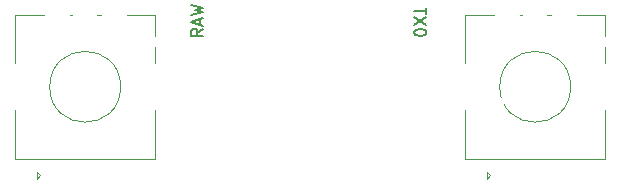
<source format=gto>
G04 #@! TF.GenerationSoftware,KiCad,Pcbnew,(5.1.6)-1*
G04 #@! TF.CreationDate,2020-12-19T02:43:37-06:00*
G04 #@! TF.ProjectId,macropad_3x3,6d616372-6f70-4616-945f-3378332e6b69,rev?*
G04 #@! TF.SameCoordinates,Original*
G04 #@! TF.FileFunction,Legend,Top*
G04 #@! TF.FilePolarity,Positive*
%FSLAX46Y46*%
G04 Gerber Fmt 4.6, Leading zero omitted, Abs format (unit mm)*
G04 Created by KiCad (PCBNEW (5.1.6)-1) date 2020-12-19 02:43:37*
%MOMM*%
%LPD*%
G01*
G04 APERTURE LIST*
%ADD10C,0.150000*%
%ADD11C,0.120000*%
%ADD12C,2.101600*%
%ADD13R,2.101600X3.301600*%
%ADD14R,2.101600X2.101600*%
%ADD15C,1.701600*%
%ADD16R,1.601600X1.301600*%
%ADD17C,2.351600*%
%ADD18C,4.089400*%
%ADD19C,1.851600*%
%ADD20C,1.801600*%
%ADD21C,0.901600*%
%ADD22C,2.006600*%
%ADD23R,2.006600X2.006600*%
%ADD24R,1.701600X1.701600*%
%ADD25O,1.701600X2.101600*%
%ADD26C,2.082800*%
G04 APERTURE END LIST*
D10*
X60618619Y-25050904D02*
X60618619Y-25622333D01*
X59618619Y-25336619D02*
X60618619Y-25336619D01*
X60618619Y-25860428D02*
X59618619Y-26527095D01*
X60618619Y-26527095D02*
X59618619Y-25860428D01*
X60618619Y-27098523D02*
X60618619Y-27193761D01*
X60571000Y-27289000D01*
X60523380Y-27336619D01*
X60428142Y-27384238D01*
X60237666Y-27431857D01*
X59999571Y-27431857D01*
X59809095Y-27384238D01*
X59713857Y-27336619D01*
X59666238Y-27289000D01*
X59618619Y-27193761D01*
X59618619Y-27098523D01*
X59666238Y-27003285D01*
X59713857Y-26955666D01*
X59809095Y-26908047D01*
X59999571Y-26860428D01*
X60237666Y-26860428D01*
X60428142Y-26908047D01*
X60523380Y-26955666D01*
X60571000Y-27003285D01*
X60618619Y-27098523D01*
X41727380Y-26852476D02*
X41251190Y-27185809D01*
X41727380Y-27423904D02*
X40727380Y-27423904D01*
X40727380Y-27042952D01*
X40775000Y-26947714D01*
X40822619Y-26900095D01*
X40917857Y-26852476D01*
X41060714Y-26852476D01*
X41155952Y-26900095D01*
X41203571Y-26947714D01*
X41251190Y-27042952D01*
X41251190Y-27423904D01*
X41441666Y-26471523D02*
X41441666Y-25995333D01*
X41727380Y-26566761D02*
X40727380Y-26233428D01*
X41727380Y-25900095D01*
X40727380Y-25662000D02*
X41727380Y-25423904D01*
X41013095Y-25233428D01*
X41727380Y-25042952D01*
X40727380Y-24804857D01*
D11*
G04 #@! TO.C,RE2*
X69850000Y-32250000D02*
X69850000Y-31250000D01*
X69350000Y-31750000D02*
X70350000Y-31750000D01*
X73350000Y-25650000D02*
X75750000Y-25650000D01*
X68550000Y-25650000D02*
X71150000Y-25650000D01*
X63950000Y-25650000D02*
X66350000Y-25650000D01*
X65750000Y-38950000D02*
X66050000Y-39250000D01*
X65750000Y-39550000D02*
X65750000Y-38950000D01*
X66050000Y-39250000D02*
X65750000Y-39550000D01*
X63950000Y-37850000D02*
X75750000Y-37850000D01*
X63950000Y-33750000D02*
X63950000Y-37850000D01*
X75750000Y-33750000D02*
X75750000Y-37850000D01*
X75750000Y-25650000D02*
X75750000Y-29750000D01*
X63950000Y-29750000D02*
X63950000Y-25650000D01*
X72850000Y-31750000D02*
G75*
G03*
X72850000Y-31750000I-3000000J0D01*
G01*
G04 #@! TO.C,RE1*
X31750000Y-32250000D02*
X31750000Y-31250000D01*
X31250000Y-31750000D02*
X32250000Y-31750000D01*
X35250000Y-25650000D02*
X37650000Y-25650000D01*
X30450000Y-25650000D02*
X33050000Y-25650000D01*
X25850000Y-25650000D02*
X28250000Y-25650000D01*
X27650000Y-38950000D02*
X27950000Y-39250000D01*
X27650000Y-39550000D02*
X27650000Y-38950000D01*
X27950000Y-39250000D02*
X27650000Y-39550000D01*
X25850000Y-37850000D02*
X37650000Y-37850000D01*
X25850000Y-33750000D02*
X25850000Y-37850000D01*
X37650000Y-33750000D02*
X37650000Y-37850000D01*
X37650000Y-25650000D02*
X37650000Y-29750000D01*
X25850000Y-29750000D02*
X25850000Y-25650000D01*
X34750000Y-31750000D02*
G75*
G03*
X34750000Y-31750000I-3000000J0D01*
G01*
G04 #@! TD*
%LPC*%
D12*
G04 #@! TO.C,RE2*
X72350000Y-24750000D03*
X67350000Y-24750000D03*
D13*
X75450000Y-31750000D03*
X64250000Y-31750000D03*
D12*
X72350000Y-39250000D03*
X69850000Y-39250000D03*
D14*
X67350000Y-39250000D03*
G04 #@! TD*
D15*
G04 #@! TO.C,R11*
X52652000Y-23812500D03*
X60452000Y-23812500D03*
D16*
X55202000Y-23812500D03*
X57902000Y-23812500D03*
G04 #@! TD*
D15*
G04 #@! TO.C,R10*
X50662500Y-23622000D03*
X42862500Y-23622000D03*
D16*
X48112500Y-23622000D03*
X45412500Y-23622000D03*
G04 #@! TD*
D15*
G04 #@! TO.C,R9*
X65950000Y-77216000D03*
X73750000Y-77216000D03*
D16*
X68500000Y-77216000D03*
X71200000Y-77216000D03*
G04 #@! TD*
D15*
G04 #@! TO.C,R8*
X46900000Y-77216000D03*
X54700000Y-77216000D03*
D16*
X49450000Y-77216000D03*
X52150000Y-77216000D03*
G04 #@! TD*
D15*
G04 #@! TO.C,R7*
X27850000Y-77216000D03*
X35650000Y-77216000D03*
D16*
X30400000Y-77216000D03*
X33100000Y-77216000D03*
G04 #@! TD*
D15*
G04 #@! TO.C,R6*
X65950000Y-58166000D03*
X73750000Y-58166000D03*
D16*
X68500000Y-58166000D03*
X71200000Y-58166000D03*
G04 #@! TD*
D15*
G04 #@! TO.C,R5*
X46900000Y-58166000D03*
X54700000Y-58166000D03*
D16*
X49450000Y-58166000D03*
X52150000Y-58166000D03*
G04 #@! TD*
D15*
G04 #@! TO.C,R4*
X27850000Y-58166000D03*
X35650000Y-58166000D03*
D16*
X30400000Y-58166000D03*
X33100000Y-58166000D03*
G04 #@! TD*
D15*
G04 #@! TO.C,R3*
X65950000Y-42418000D03*
X73750000Y-42418000D03*
D16*
X68500000Y-42418000D03*
X71200000Y-42418000D03*
G04 #@! TD*
D15*
G04 #@! TO.C,R2*
X46900000Y-39116000D03*
X54700000Y-39116000D03*
D16*
X49450000Y-39116000D03*
X52150000Y-39116000D03*
G04 #@! TD*
D15*
G04 #@! TO.C,R1*
X27850000Y-41656000D03*
X35650000Y-41656000D03*
D16*
X30400000Y-41656000D03*
X33100000Y-41656000D03*
G04 #@! TD*
D15*
G04 #@! TO.C,RQ1*
X42926000Y-58801000D03*
X42926000Y-66601000D03*
G04 #@! TD*
G04 #@! TO.C,MX6*
G36*
G01*
X72270027Y-47473077D02*
X72270028Y-47473077D01*
G75*
G02*
X71176923Y-46220028I79972J1173077D01*
G01*
X71216465Y-45639996D01*
G75*
G02*
X72469514Y-44546891I1173077J-79972D01*
G01*
X72469514Y-44546891D01*
G75*
G02*
X73562619Y-45799940I-79972J-1173077D01*
G01*
X73523077Y-46379972D01*
G75*
G02*
X72270028Y-47473077I-1173077J79972D01*
G01*
G37*
D17*
X72390000Y-45720000D03*
G36*
G01*
X65254762Y-49135162D02*
X65254762Y-49135162D01*
G75*
G02*
X65164838Y-47474762I785238J875162D01*
G01*
X66474828Y-46014754D01*
G75*
G02*
X68135228Y-45924830I875162J-785238D01*
G01*
X68135228Y-45924830D01*
G75*
G02*
X68225152Y-47585230I-785238J-875162D01*
G01*
X66915162Y-49045238D01*
G75*
G02*
X65254762Y-49135162I-875162J785238D01*
G01*
G37*
D18*
X69850000Y-50800000D03*
D17*
X67350000Y-46800000D03*
D19*
X64770000Y-50800000D03*
X74930000Y-50800000D03*
D12*
X74850000Y-47000000D03*
X69850000Y-44900000D03*
D20*
X64350000Y-50800000D03*
X75350000Y-50800000D03*
D21*
X64630000Y-55000000D03*
D22*
X68580000Y-55880000D03*
D23*
X71120000Y-55880000D03*
G04 #@! TD*
G04 #@! TO.C,MX9*
G36*
G01*
X72270027Y-66523077D02*
X72270028Y-66523077D01*
G75*
G02*
X71176923Y-65270028I79972J1173077D01*
G01*
X71216465Y-64689996D01*
G75*
G02*
X72469514Y-63596891I1173077J-79972D01*
G01*
X72469514Y-63596891D01*
G75*
G02*
X73562619Y-64849940I-79972J-1173077D01*
G01*
X73523077Y-65429972D01*
G75*
G02*
X72270028Y-66523077I-1173077J79972D01*
G01*
G37*
D17*
X72390000Y-64770000D03*
G36*
G01*
X65254762Y-68185162D02*
X65254762Y-68185162D01*
G75*
G02*
X65164838Y-66524762I785238J875162D01*
G01*
X66474828Y-65064754D01*
G75*
G02*
X68135228Y-64974830I875162J-785238D01*
G01*
X68135228Y-64974830D01*
G75*
G02*
X68225152Y-66635230I-785238J-875162D01*
G01*
X66915162Y-68095238D01*
G75*
G02*
X65254762Y-68185162I-875162J785238D01*
G01*
G37*
D18*
X69850000Y-69850000D03*
D17*
X67350000Y-65850000D03*
D19*
X64770000Y-69850000D03*
X74930000Y-69850000D03*
D12*
X74850000Y-66050000D03*
X69850000Y-63950000D03*
D20*
X64350000Y-69850000D03*
X75350000Y-69850000D03*
D21*
X64630000Y-74050000D03*
D22*
X68580000Y-74930000D03*
D23*
X71120000Y-74930000D03*
G04 #@! TD*
G04 #@! TO.C,MX8*
G36*
G01*
X53220027Y-66523077D02*
X53220028Y-66523077D01*
G75*
G02*
X52126923Y-65270028I79972J1173077D01*
G01*
X52166465Y-64689996D01*
G75*
G02*
X53419514Y-63596891I1173077J-79972D01*
G01*
X53419514Y-63596891D01*
G75*
G02*
X54512619Y-64849940I-79972J-1173077D01*
G01*
X54473077Y-65429972D01*
G75*
G02*
X53220028Y-66523077I-1173077J79972D01*
G01*
G37*
D17*
X53340000Y-64770000D03*
G36*
G01*
X46204762Y-68185162D02*
X46204762Y-68185162D01*
G75*
G02*
X46114838Y-66524762I785238J875162D01*
G01*
X47424828Y-65064754D01*
G75*
G02*
X49085228Y-64974830I875162J-785238D01*
G01*
X49085228Y-64974830D01*
G75*
G02*
X49175152Y-66635230I-785238J-875162D01*
G01*
X47865162Y-68095238D01*
G75*
G02*
X46204762Y-68185162I-875162J785238D01*
G01*
G37*
D18*
X50800000Y-69850000D03*
D17*
X48300000Y-65850000D03*
D19*
X45720000Y-69850000D03*
X55880000Y-69850000D03*
D12*
X55800000Y-66050000D03*
X50800000Y-63950000D03*
D20*
X45300000Y-69850000D03*
X56300000Y-69850000D03*
D21*
X45580000Y-74050000D03*
D22*
X49530000Y-74930000D03*
D23*
X52070000Y-74930000D03*
G04 #@! TD*
G04 #@! TO.C,MX7*
G36*
G01*
X34170027Y-66523077D02*
X34170028Y-66523077D01*
G75*
G02*
X33076923Y-65270028I79972J1173077D01*
G01*
X33116465Y-64689996D01*
G75*
G02*
X34369514Y-63596891I1173077J-79972D01*
G01*
X34369514Y-63596891D01*
G75*
G02*
X35462619Y-64849940I-79972J-1173077D01*
G01*
X35423077Y-65429972D01*
G75*
G02*
X34170028Y-66523077I-1173077J79972D01*
G01*
G37*
D17*
X34290000Y-64770000D03*
G36*
G01*
X27154762Y-68185162D02*
X27154762Y-68185162D01*
G75*
G02*
X27064838Y-66524762I785238J875162D01*
G01*
X28374828Y-65064754D01*
G75*
G02*
X30035228Y-64974830I875162J-785238D01*
G01*
X30035228Y-64974830D01*
G75*
G02*
X30125152Y-66635230I-785238J-875162D01*
G01*
X28815162Y-68095238D01*
G75*
G02*
X27154762Y-68185162I-875162J785238D01*
G01*
G37*
D18*
X31750000Y-69850000D03*
D17*
X29250000Y-65850000D03*
D19*
X26670000Y-69850000D03*
X36830000Y-69850000D03*
D12*
X36750000Y-66050000D03*
X31750000Y-63950000D03*
D20*
X26250000Y-69850000D03*
X37250000Y-69850000D03*
D21*
X26530000Y-74050000D03*
D22*
X30480000Y-74930000D03*
D23*
X33020000Y-74930000D03*
G04 #@! TD*
G04 #@! TO.C,MX5*
G36*
G01*
X53220027Y-47473077D02*
X53220028Y-47473077D01*
G75*
G02*
X52126923Y-46220028I79972J1173077D01*
G01*
X52166465Y-45639996D01*
G75*
G02*
X53419514Y-44546891I1173077J-79972D01*
G01*
X53419514Y-44546891D01*
G75*
G02*
X54512619Y-45799940I-79972J-1173077D01*
G01*
X54473077Y-46379972D01*
G75*
G02*
X53220028Y-47473077I-1173077J79972D01*
G01*
G37*
D17*
X53340000Y-45720000D03*
G36*
G01*
X46204762Y-49135162D02*
X46204762Y-49135162D01*
G75*
G02*
X46114838Y-47474762I785238J875162D01*
G01*
X47424828Y-46014754D01*
G75*
G02*
X49085228Y-45924830I875162J-785238D01*
G01*
X49085228Y-45924830D01*
G75*
G02*
X49175152Y-47585230I-785238J-875162D01*
G01*
X47865162Y-49045238D01*
G75*
G02*
X46204762Y-49135162I-875162J785238D01*
G01*
G37*
D18*
X50800000Y-50800000D03*
D17*
X48300000Y-46800000D03*
D19*
X45720000Y-50800000D03*
X55880000Y-50800000D03*
D12*
X55800000Y-47000000D03*
X50800000Y-44900000D03*
D20*
X45300000Y-50800000D03*
X56300000Y-50800000D03*
D21*
X45580000Y-55000000D03*
D22*
X49530000Y-55880000D03*
D23*
X52070000Y-55880000D03*
G04 #@! TD*
G04 #@! TO.C,MX4*
G36*
G01*
X34170027Y-47473077D02*
X34170028Y-47473077D01*
G75*
G02*
X33076923Y-46220028I79972J1173077D01*
G01*
X33116465Y-45639996D01*
G75*
G02*
X34369514Y-44546891I1173077J-79972D01*
G01*
X34369514Y-44546891D01*
G75*
G02*
X35462619Y-45799940I-79972J-1173077D01*
G01*
X35423077Y-46379972D01*
G75*
G02*
X34170028Y-47473077I-1173077J79972D01*
G01*
G37*
D17*
X34290000Y-45720000D03*
G36*
G01*
X27154762Y-49135162D02*
X27154762Y-49135162D01*
G75*
G02*
X27064838Y-47474762I785238J875162D01*
G01*
X28374828Y-46014754D01*
G75*
G02*
X30035228Y-45924830I875162J-785238D01*
G01*
X30035228Y-45924830D01*
G75*
G02*
X30125152Y-47585230I-785238J-875162D01*
G01*
X28815162Y-49045238D01*
G75*
G02*
X27154762Y-49135162I-875162J785238D01*
G01*
G37*
D18*
X31750000Y-50800000D03*
D17*
X29250000Y-46800000D03*
D19*
X26670000Y-50800000D03*
X36830000Y-50800000D03*
D12*
X36750000Y-47000000D03*
X31750000Y-44900000D03*
D20*
X26250000Y-50800000D03*
X37250000Y-50800000D03*
D21*
X26530000Y-55000000D03*
D22*
X30480000Y-55880000D03*
D23*
X33020000Y-55880000D03*
G04 #@! TD*
G04 #@! TO.C,MX3*
G36*
G01*
X72270027Y-28423077D02*
X72270028Y-28423077D01*
G75*
G02*
X71176923Y-27170028I79972J1173077D01*
G01*
X71216465Y-26589996D01*
G75*
G02*
X72469514Y-25496891I1173077J-79972D01*
G01*
X72469514Y-25496891D01*
G75*
G02*
X73562619Y-26749940I-79972J-1173077D01*
G01*
X73523077Y-27329972D01*
G75*
G02*
X72270028Y-28423077I-1173077J79972D01*
G01*
G37*
D17*
X72390000Y-26670000D03*
G36*
G01*
X65254762Y-30085162D02*
X65254762Y-30085162D01*
G75*
G02*
X65164838Y-28424762I785238J875162D01*
G01*
X66474828Y-26964754D01*
G75*
G02*
X68135228Y-26874830I875162J-785238D01*
G01*
X68135228Y-26874830D01*
G75*
G02*
X68225152Y-28535230I-785238J-875162D01*
G01*
X66915162Y-29995238D01*
G75*
G02*
X65254762Y-30085162I-875162J785238D01*
G01*
G37*
D18*
X69850000Y-31750000D03*
D17*
X67350000Y-27750000D03*
D19*
X64770000Y-31750000D03*
X74930000Y-31750000D03*
D12*
X74850000Y-27950000D03*
X69850000Y-25850000D03*
D20*
X64350000Y-31750000D03*
X75350000Y-31750000D03*
D21*
X64630000Y-35950000D03*
D22*
X68580000Y-36830000D03*
D23*
X71120000Y-36830000D03*
G04 #@! TD*
G04 #@! TO.C,MX2*
G36*
G01*
X53220027Y-28423077D02*
X53220028Y-28423077D01*
G75*
G02*
X52126923Y-27170028I79972J1173077D01*
G01*
X52166465Y-26589996D01*
G75*
G02*
X53419514Y-25496891I1173077J-79972D01*
G01*
X53419514Y-25496891D01*
G75*
G02*
X54512619Y-26749940I-79972J-1173077D01*
G01*
X54473077Y-27329972D01*
G75*
G02*
X53220028Y-28423077I-1173077J79972D01*
G01*
G37*
D17*
X53340000Y-26670000D03*
G36*
G01*
X46204762Y-30085162D02*
X46204762Y-30085162D01*
G75*
G02*
X46114838Y-28424762I785238J875162D01*
G01*
X47424828Y-26964754D01*
G75*
G02*
X49085228Y-26874830I875162J-785238D01*
G01*
X49085228Y-26874830D01*
G75*
G02*
X49175152Y-28535230I-785238J-875162D01*
G01*
X47865162Y-29995238D01*
G75*
G02*
X46204762Y-30085162I-875162J785238D01*
G01*
G37*
D18*
X50800000Y-31750000D03*
D17*
X48300000Y-27750000D03*
D19*
X45720000Y-31750000D03*
X55880000Y-31750000D03*
D12*
X55800000Y-27950000D03*
X50800000Y-25850000D03*
D20*
X45300000Y-31750000D03*
X56300000Y-31750000D03*
D21*
X45580000Y-35950000D03*
D22*
X49530000Y-36830000D03*
D23*
X52070000Y-36830000D03*
G04 #@! TD*
G04 #@! TO.C,MX1*
G36*
G01*
X34170027Y-28423077D02*
X34170028Y-28423077D01*
G75*
G02*
X33076923Y-27170028I79972J1173077D01*
G01*
X33116465Y-26589996D01*
G75*
G02*
X34369514Y-25496891I1173077J-79972D01*
G01*
X34369514Y-25496891D01*
G75*
G02*
X35462619Y-26749940I-79972J-1173077D01*
G01*
X35423077Y-27329972D01*
G75*
G02*
X34170028Y-28423077I-1173077J79972D01*
G01*
G37*
D17*
X34290000Y-26670000D03*
G36*
G01*
X27154762Y-30085162D02*
X27154762Y-30085162D01*
G75*
G02*
X27064838Y-28424762I785238J875162D01*
G01*
X28374828Y-26964754D01*
G75*
G02*
X30035228Y-26874830I875162J-785238D01*
G01*
X30035228Y-26874830D01*
G75*
G02*
X30125152Y-28535230I-785238J-875162D01*
G01*
X28815162Y-29995238D01*
G75*
G02*
X27154762Y-30085162I-875162J785238D01*
G01*
G37*
D18*
X31750000Y-31750000D03*
D17*
X29250000Y-27750000D03*
D19*
X26670000Y-31750000D03*
X36830000Y-31750000D03*
D12*
X36750000Y-27950000D03*
X31750000Y-25850000D03*
D20*
X26250000Y-31750000D03*
X37250000Y-31750000D03*
D21*
X26530000Y-35950000D03*
D22*
X30480000Y-36830000D03*
D23*
X33020000Y-36830000D03*
G04 #@! TD*
D24*
G04 #@! TO.C,D9*
X77470000Y-73750000D03*
D15*
X77470000Y-65950000D03*
G04 #@! TD*
D24*
G04 #@! TO.C,D8*
X58420000Y-73750000D03*
D15*
X58420000Y-65950000D03*
G04 #@! TD*
D24*
G04 #@! TO.C,D7*
X39370000Y-73750000D03*
D15*
X39370000Y-65950000D03*
G04 #@! TD*
D24*
G04 #@! TO.C,D6*
X77470000Y-55562500D03*
D15*
X77470000Y-47762500D03*
G04 #@! TD*
D24*
G04 #@! TO.C,D5*
X46900000Y-42862500D03*
D15*
X54700000Y-42862500D03*
G04 #@! TD*
D24*
G04 #@! TO.C,D4*
X39370000Y-54700000D03*
D15*
X39370000Y-46900000D03*
G04 #@! TD*
D24*
G04 #@! TO.C,D3*
X77470000Y-35650000D03*
D15*
X77470000Y-27850000D03*
G04 #@! TD*
D24*
G04 #@! TO.C,D2*
X46900000Y-41021000D03*
D15*
X54700000Y-41021000D03*
G04 #@! TD*
D24*
G04 #@! TO.C,D1*
X39370000Y-35650000D03*
D15*
X39370000Y-27850000D03*
G04 #@! TD*
D25*
G04 #@! TO.C,U1*
X66357500Y-33500000D03*
X61757500Y-32400000D03*
X61757500Y-25400000D03*
D21*
X64057500Y-30800000D03*
X64057500Y-23800000D03*
D25*
X61757500Y-28400000D03*
G04 #@! TD*
D12*
G04 #@! TO.C,RE1*
X34250000Y-24750000D03*
X29250000Y-24750000D03*
D13*
X37350000Y-31750000D03*
X26150000Y-31750000D03*
D12*
X34250000Y-39250000D03*
X31750000Y-39250000D03*
D14*
X29250000Y-39250000D03*
G04 #@! TD*
D26*
G04 #@! TO.C,B1*
X43180000Y-26193750D03*
X43180000Y-28733750D03*
X43180000Y-31273750D03*
X43180000Y-33813750D03*
X43180000Y-36353750D03*
X43180000Y-38893750D03*
X43180000Y-41433750D03*
X43180000Y-43973750D03*
X43180000Y-46513750D03*
X43180000Y-49053750D03*
X43180000Y-51593750D03*
X43180000Y-54133750D03*
X58420000Y-54133750D03*
X58420000Y-51593750D03*
X58420000Y-49053750D03*
X58420000Y-46513750D03*
X58420000Y-43973750D03*
X58420000Y-41433750D03*
X58420000Y-38893750D03*
X58420000Y-36353750D03*
X58420000Y-33813750D03*
X58420000Y-31273750D03*
X58420000Y-28733750D03*
X58420000Y-26193750D03*
G04 #@! TD*
M02*

</source>
